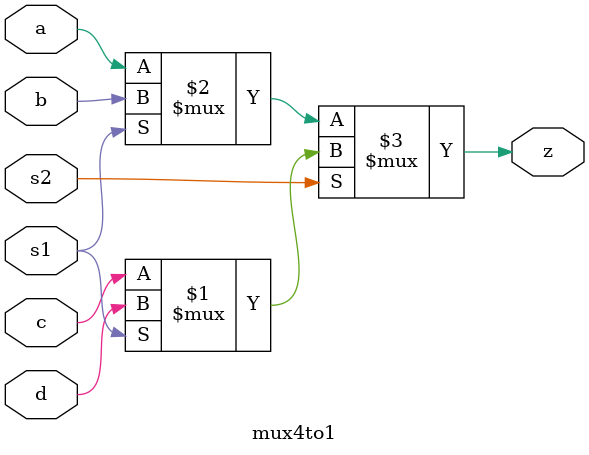
<source format=v>
module mux4to1(a, b, c, d, s1, s2, z);
	input a, b, c, d, s1, s2;
	output z;
	
		assign z = s2 ? (s1 ? d : c) : (s1 ? b : a);

			
endmodule
</source>
